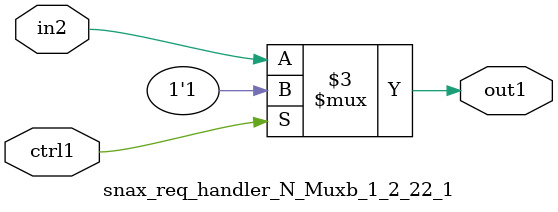
<source format=v>

`timescale 1ps / 1ps


module snax_req_handler_N_Muxb_1_2_22_1( in2, ctrl1, out1 );

    input in2;
    input ctrl1;
    output out1;
    reg out1;

    
    // rtl_process:snax_req_handler_N_Muxb_1_2_22_1/snax_req_handler_N_Muxb_1_2_22_1_thread_1
    always @*
      begin : snax_req_handler_N_Muxb_1_2_22_1_thread_1
        case (ctrl1) 
          1'b1: 
            begin
              out1 = 1'b1;
            end
          default: 
            begin
              out1 = in2;
            end
        endcase
      end

endmodule



</source>
